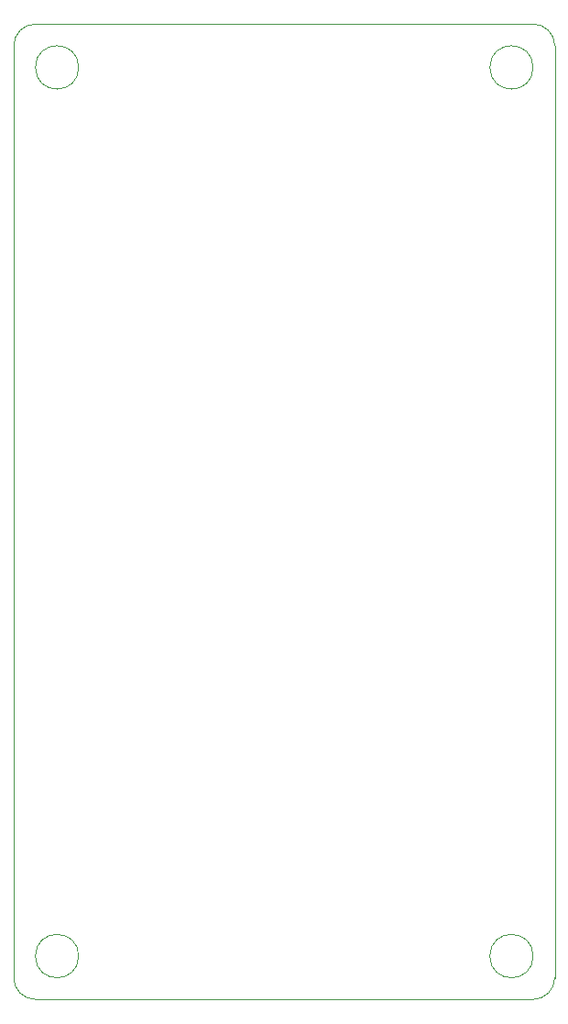
<source format=gm1>
%TF.GenerationSoftware,KiCad,Pcbnew,9.0.0*%
%TF.CreationDate,2025-04-21T16:07:22-04:00*%
%TF.ProjectId,brainfreeze,62726169-6e66-4726-9565-7a652e6b6963,rev?*%
%TF.SameCoordinates,Original*%
%TF.FileFunction,Profile,NP*%
%FSLAX46Y46*%
G04 Gerber Fmt 4.6, Leading zero omitted, Abs format (unit mm)*
G04 Created by KiCad (PCBNEW 9.0.0) date 2025-04-21 16:07:22*
%MOMM*%
%LPD*%
G01*
G04 APERTURE LIST*
%TA.AperFunction,Profile*%
%ADD10C,0.038100*%
%TD*%
G04 APERTURE END LIST*
D10*
X223000000Y-69000000D02*
G75*
G02*
X219000000Y-69000000I-2000000J0D01*
G01*
X219000000Y-69000000D02*
G75*
G02*
X223000000Y-69000000I2000000J0D01*
G01*
X223000000Y-155000000D02*
X177000000Y-155000000D01*
X223000000Y-151000000D02*
G75*
G02*
X219000000Y-151000000I-2000000J0D01*
G01*
X219000000Y-151000000D02*
G75*
G02*
X223000000Y-151000000I2000000J0D01*
G01*
X181000000Y-69000000D02*
G75*
G02*
X177000000Y-69000000I-2000000J0D01*
G01*
X177000000Y-69000000D02*
G75*
G02*
X181000000Y-69000000I2000000J0D01*
G01*
X223000000Y-65000000D02*
G75*
G02*
X225000000Y-67000000I0J-2000000D01*
G01*
X177000000Y-65000000D02*
X223000000Y-65000000D01*
X175000000Y-67000000D02*
G75*
G02*
X177000000Y-65000000I2000000J0D01*
G01*
X225000000Y-67000000D02*
X225000000Y-153000000D01*
X175000000Y-153000000D02*
X175000000Y-67000000D01*
X181000000Y-151000000D02*
G75*
G02*
X177000000Y-151000000I-2000000J0D01*
G01*
X177000000Y-151000000D02*
G75*
G02*
X181000000Y-151000000I2000000J0D01*
G01*
X225000000Y-153000000D02*
G75*
G02*
X223000000Y-155000000I-2000000J0D01*
G01*
X177000000Y-155000000D02*
G75*
G02*
X175000000Y-153000000I0J2000000D01*
G01*
M02*

</source>
